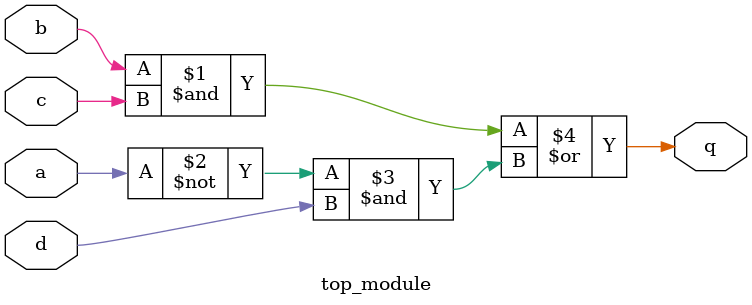
<source format=sv>
module top_module (
	input a, 
	input b, 
	input c, 
	input d,
	output q
);

	assign q = b & c | ~a & d;

endmodule

</source>
